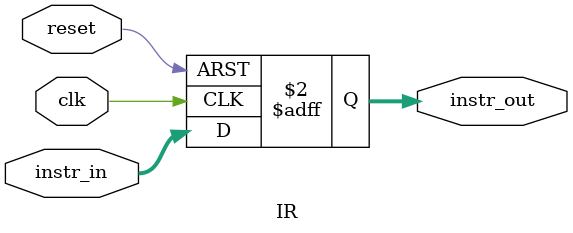
<source format=sv>
`timescale 1ns / 1ps

module Accumulator (
    input wire clk,
    input wire reset,
    input wire [15:0] data_in,
    output reg [15:0] acc
);

always @(posedge clk or posedge reset) begin
    if (reset) begin
        acc <= 16'b0;
    end else begin
        acc <= acc + data_in;
    end
end

endmodule

// Program Counter
module ProgramCounter (
    input wire clk,
    input wire reset,
    input wire jump,
    input wire [15:0] jump_addr,
    output reg [15:0] pc
);

always @(posedge clk or posedge reset) begin
    if (reset) begin
        pc <= 16'b0;
    end else if (jump) begin
        pc <= jump_addr;
    end else begin
        if (pc == 16'hFFFF) begin
            $display("Warning: Program Counter overflow");
            pc <= 16'b0;
        end else begin
            pc <= pc + 1;
        end
    end
end

endmodule

// Memory Access Register
module MAR (
    input wire clk,
    input wire reset,
    input wire [15:0] addr_in,
    output reg [15:0] addr_out
);

always @(posedge clk or posedge reset) begin
    if (reset) begin
        addr_out <= 16'b0;
    end else begin
        addr_out <= addr_in;
    end
end

endmodule

// Memory Buffer Register
module MBR (
    input wire clk,
    input wire reset,
    input wire [15:0] data_in,
    output reg [15:0] data_out
);

always @(posedge clk or posedge reset) begin
    if (reset) begin
        data_out <= 16'b0;
    end else begin
        data_out <= data_in;
    end
end

endmodule

// Instruction Register
module IR (
    input wire clk,
    input wire reset,
    input wire [15:0] instr_in,
    output reg [15:0] instr_out
);

always @(posedge clk or posedge reset) begin
    if (reset) begin
        instr_out <= 16'b0;
    end else begin
        instr_out <= instr_in;
    end
end

endmodule

/* ALU Arithmetic and Logic Operations
----------------------------------------------------------------------
|ALU_Sel|   ALU Operation
----------------------------------------------------------------------
| 0000  |   ALU_Out = A + B;
----------------------------------------------------------------------
| 0001  |   ALU_Out = A - B;
----------------------------------------------------------------------
| 0010  |   ALU_Out = A * B;
----------------------------------------------------------------------
| 0011  |   ALU_Out = A / B;
----------------------------------------------------------------------
| 0100  |   ALU_Out = A << 1;
----------------------------------------------------------------------
| 0101  |   ALU_Out = A >> 1;
----------------------------------------------------------------------
| 0110  |   ALU_Out = A rotated left by 1;
----------------------------------------------------------------------
| 0111  |   ALU_Out = A rotated right by 1;
----------------------------------------------------------------------
| 1000  |   ALU_Out = A and B;
----------------------------------------------------------------------
| 1001  |   ALU_Out = A or B;
----------------------------------------------------------------------
| 1010  |   ALU_Out = A xor B;
----------------------------------------------------------------------
| 1011  |   ALU_Out = A nor B;
----------------------------------------------------------------------
| 1100  |   ALU_Out = A nand B;
----------------------------------------------------------------------
| 1101  |   ALU_Out = A xnor B;
----------------------------------------------------------------------
| 1110  |   ALU_Out = 1 if A>B else 0;
----------------------------------------------------------------------
| 1111  |   ALU_Out = 1 if A=B else 0;

// Main memory
module MainMemory (
    input wire clk,
    input wire [15:0] addr,
    input wire [15:0] data_in,
    input wire write_enable,
    output reg [15:0] data_out
);

    // Declare a 16Ki x 16 memory array
    reg [15:0] memory [0:16383];

    always @(posedge clk) begin
        if (write_enable) begin
            // Write data_in to the memory location specified by addr
            memory[addr] <= data_in;
        end else begin
            // Read data from the memory location specified by addr
            data_out <= memory[addr];
        end
    end

endmodule

</source>
